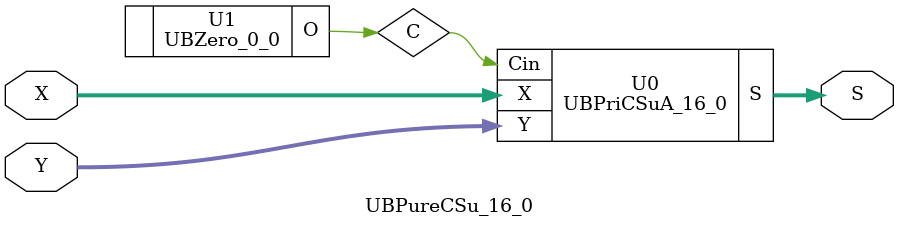
<source format=v>
/*----------------------------------------------------------------------------
  Copyright (c) 2021 Homma laboratory. All rights reserved.

  Top module: UBCSu_16_0_16_0

  Operand-1 length: 17
  Operand-2 length: 17
  Two-operand addition algorithm: Conditional sum adder
----------------------------------------------------------------------------*/

module UBFA_0(C, S, X, Y, Z);
  output C;
  output S;
  input X;
  input Y;
  input Z;
  assign C = ( X & Y ) | ( Y & Z ) | ( Z & X );
  assign S = X ^ Y ^ Z;
endmodule

module UBHCSuB_0_0(C, S, X, Y, Ci);
  output C;
  output S;
  input Ci;
  input X;
  input Y;
  UBFA_0 U0 (C, S, X, Y, Ci);
endmodule

module UBZero_1_1(O);
  output [1:1] O;
  assign O[1] = 0;
endmodule

module UBOne_1(O);
  output O;
  assign O = 1;
endmodule

module UBFA_1(C, S, X, Y, Z);
  output C;
  output S;
  input X;
  input Y;
  input Z;
  assign C = ( X & Y ) | ( Y & Z ) | ( Z & X );
  assign S = X ^ Y ^ Z;
endmodule

module UBCSuB_1_1(C_0, C_1, S_0, S_1, X, Y);
  output C_0;
  output C_1;
  output S_0;
  output S_1;
  input X;
  input Y;
  wire Ci_0;
  wire Ci_1;
  wire Co_0;
  wire Co_1;
  assign C_0 = ( Co_0 & ( ~ Ci_0 ) ) | ( Co_1 & Ci_0 );
  assign C_1 = ( Co_0 & ( ~ Ci_1 ) ) | ( Co_1 & Ci_1 );
  UBZero_1_1 U0 (Ci_0);
  UBOne_1 U1 (Ci_1);
  UBFA_1 U2 (Co_0, S_0, X, Y, Ci_0);
  UBFA_1 U3 (Co_1, S_1, X, Y, Ci_1);
endmodule

module UBHCSuB_1_0(C, S, X, Y, Ci);
  output C;
  output [1:0] S;
  input Ci;
  input [1:0] X;
  input [1:0] Y;
  wire C_0;
  wire C_1;
  wire Co;
  wire S_0;
  wire S_1;
  assign S[1] = ( S_0 & ( ~ Co ) ) | ( S_1 & Co );
  assign C = ( C_0 & ( ~ Co ) ) | ( C_1 & Co );
  UBHCSuB_0_0 U0 (Co, S[0], X[0], Y[0], Ci);
  UBCSuB_1_1 U1 (C_0, C_1, S_0, S_1, X[1], Y[1]);
endmodule

module UBZero_2_2(O);
  output [2:2] O;
  assign O[2] = 0;
endmodule

module UBOne_2(O);
  output O;
  assign O = 1;
endmodule

module UBFA_2(C, S, X, Y, Z);
  output C;
  output S;
  input X;
  input Y;
  input Z;
  assign C = ( X & Y ) | ( Y & Z ) | ( Z & X );
  assign S = X ^ Y ^ Z;
endmodule

module UBCSuB_2_2(C_0, C_1, S_0, S_1, X, Y);
  output C_0;
  output C_1;
  output S_0;
  output S_1;
  input X;
  input Y;
  wire Ci_0;
  wire Ci_1;
  wire Co_0;
  wire Co_1;
  assign C_0 = ( Co_0 & ( ~ Ci_0 ) ) | ( Co_1 & Ci_0 );
  assign C_1 = ( Co_0 & ( ~ Ci_1 ) ) | ( Co_1 & Ci_1 );
  UBZero_2_2 U0 (Ci_0);
  UBOne_2 U1 (Ci_1);
  UBFA_2 U2 (Co_0, S_0, X, Y, Ci_0);
  UBFA_2 U3 (Co_1, S_1, X, Y, Ci_1);
endmodule

module UBHCSuB_2_0(C, S, X, Y, Ci);
  output C;
  output [2:0] S;
  input Ci;
  input [2:0] X;
  input [2:0] Y;
  wire C_0;
  wire C_1;
  wire Co;
  wire S_0;
  wire S_1;
  assign S[2] = ( S_0 & ( ~ Co ) ) | ( S_1 & Co );
  assign C = ( C_0 & ( ~ Co ) ) | ( C_1 & Co );
  UBHCSuB_1_0 U0 (Co, S[1:0], X[1:0], Y[1:0], Ci);
  UBCSuB_2_2 U1 (C_0, C_1, S_0, S_1, X[2], Y[2]);
endmodule

module UBZero_3_3(O);
  output [3:3] O;
  assign O[3] = 0;
endmodule

module UBOne_3(O);
  output O;
  assign O = 1;
endmodule

module UBFA_3(C, S, X, Y, Z);
  output C;
  output S;
  input X;
  input Y;
  input Z;
  assign C = ( X & Y ) | ( Y & Z ) | ( Z & X );
  assign S = X ^ Y ^ Z;
endmodule

module UBCSuB_3_3(C_0, C_1, S_0, S_1, X, Y);
  output C_0;
  output C_1;
  output S_0;
  output S_1;
  input X;
  input Y;
  wire Ci_0;
  wire Ci_1;
  wire Co_0;
  wire Co_1;
  assign C_0 = ( Co_0 & ( ~ Ci_0 ) ) | ( Co_1 & Ci_0 );
  assign C_1 = ( Co_0 & ( ~ Ci_1 ) ) | ( Co_1 & Ci_1 );
  UBZero_3_3 U0 (Ci_0);
  UBOne_3 U1 (Ci_1);
  UBFA_3 U2 (Co_0, S_0, X, Y, Ci_0);
  UBFA_3 U3 (Co_1, S_1, X, Y, Ci_1);
endmodule

module UBZero_4_4(O);
  output [4:4] O;
  assign O[4] = 0;
endmodule

module UBOne_4(O);
  output O;
  assign O = 1;
endmodule

module UBFA_4(C, S, X, Y, Z);
  output C;
  output S;
  input X;
  input Y;
  input Z;
  assign C = ( X & Y ) | ( Y & Z ) | ( Z & X );
  assign S = X ^ Y ^ Z;
endmodule

module UBCSuB_4_4(C_0, C_1, S_0, S_1, X, Y);
  output C_0;
  output C_1;
  output S_0;
  output S_1;
  input X;
  input Y;
  wire Ci_0;
  wire Ci_1;
  wire Co_0;
  wire Co_1;
  assign C_0 = ( Co_0 & ( ~ Ci_0 ) ) | ( Co_1 & Ci_0 );
  assign C_1 = ( Co_0 & ( ~ Ci_1 ) ) | ( Co_1 & Ci_1 );
  UBZero_4_4 U0 (Ci_0);
  UBOne_4 U1 (Ci_1);
  UBFA_4 U2 (Co_0, S_0, X, Y, Ci_0);
  UBFA_4 U3 (Co_1, S_1, X, Y, Ci_1);
endmodule

module UBCSuB_4_3(C_0, C_1, S_0, S_1, X, Y);
  output C_0;
  output C_1;
  output [4:3] S_0;
  output [4:3] S_1;
  input [4:3] X;
  input [4:3] Y;
  wire Ci_0;
  wire Ci_1;
  wire Co_0;
  wire Co_1;
  wire So_0;
  wire So_1;
  assign S_0[4] = ( So_0 & ( ~ Ci_0 ) ) | ( So_1 & Ci_0 );
  assign C_0 = ( Co_0 & ( ~ Ci_0 ) ) | ( Co_1 & Ci_0 );
  assign S_1[4] = ( So_0 & ( ~ Ci_1 ) ) | ( So_1 & Ci_1 );
  assign C_1 = ( Co_0 & ( ~ Ci_1 ) ) | ( Co_1 & Ci_1 );
  UBCSuB_3_3 U0 (Ci_0, Ci_1, S_0[3], S_1[3], X[3], Y[3]);
  UBCSuB_4_4 U1 (Co_0, Co_1, So_0, So_1, X[4], Y[4]);
endmodule

module UBHCSuB_4_0(C, S, X, Y, Ci);
  output C;
  output [4:0] S;
  input Ci;
  input [4:0] X;
  input [4:0] Y;
  wire C_0;
  wire C_1;
  wire Co;
  wire [4:3] S_0;
  wire [4:3] S_1;
  assign S[3] = ( S_0[3] & ( ~ Co ) ) | ( S_1[3] & Co );
  assign S[4] = ( S_0[4] & ( ~ Co ) ) | ( S_1[4] & Co );
  assign C = ( C_0 & ( ~ Co ) ) | ( C_1 & Co );
  UBHCSuB_2_0 U0 (Co, S[2:0], X[2:0], Y[2:0], Ci);
  UBCSuB_4_3 U1 (C_0, C_1, S_0, S_1, X[4:3], Y[4:3]);
endmodule

module UBZero_5_5(O);
  output [5:5] O;
  assign O[5] = 0;
endmodule

module UBOne_5(O);
  output O;
  assign O = 1;
endmodule

module UBFA_5(C, S, X, Y, Z);
  output C;
  output S;
  input X;
  input Y;
  input Z;
  assign C = ( X & Y ) | ( Y & Z ) | ( Z & X );
  assign S = X ^ Y ^ Z;
endmodule

module UBCSuB_5_5(C_0, C_1, S_0, S_1, X, Y);
  output C_0;
  output C_1;
  output S_0;
  output S_1;
  input X;
  input Y;
  wire Ci_0;
  wire Ci_1;
  wire Co_0;
  wire Co_1;
  assign C_0 = ( Co_0 & ( ~ Ci_0 ) ) | ( Co_1 & Ci_0 );
  assign C_1 = ( Co_0 & ( ~ Ci_1 ) ) | ( Co_1 & Ci_1 );
  UBZero_5_5 U0 (Ci_0);
  UBOne_5 U1 (Ci_1);
  UBFA_5 U2 (Co_0, S_0, X, Y, Ci_0);
  UBFA_5 U3 (Co_1, S_1, X, Y, Ci_1);
endmodule

module UBZero_6_6(O);
  output [6:6] O;
  assign O[6] = 0;
endmodule

module UBOne_6(O);
  output O;
  assign O = 1;
endmodule

module UBFA_6(C, S, X, Y, Z);
  output C;
  output S;
  input X;
  input Y;
  input Z;
  assign C = ( X & Y ) | ( Y & Z ) | ( Z & X );
  assign S = X ^ Y ^ Z;
endmodule

module UBCSuB_6_6(C_0, C_1, S_0, S_1, X, Y);
  output C_0;
  output C_1;
  output S_0;
  output S_1;
  input X;
  input Y;
  wire Ci_0;
  wire Ci_1;
  wire Co_0;
  wire Co_1;
  assign C_0 = ( Co_0 & ( ~ Ci_0 ) ) | ( Co_1 & Ci_0 );
  assign C_1 = ( Co_0 & ( ~ Ci_1 ) ) | ( Co_1 & Ci_1 );
  UBZero_6_6 U0 (Ci_0);
  UBOne_6 U1 (Ci_1);
  UBFA_6 U2 (Co_0, S_0, X, Y, Ci_0);
  UBFA_6 U3 (Co_1, S_1, X, Y, Ci_1);
endmodule

module UBCSuB_6_5(C_0, C_1, S_0, S_1, X, Y);
  output C_0;
  output C_1;
  output [6:5] S_0;
  output [6:5] S_1;
  input [6:5] X;
  input [6:5] Y;
  wire Ci_0;
  wire Ci_1;
  wire Co_0;
  wire Co_1;
  wire So_0;
  wire So_1;
  assign S_0[6] = ( So_0 & ( ~ Ci_0 ) ) | ( So_1 & Ci_0 );
  assign C_0 = ( Co_0 & ( ~ Ci_0 ) ) | ( Co_1 & Ci_0 );
  assign S_1[6] = ( So_0 & ( ~ Ci_1 ) ) | ( So_1 & Ci_1 );
  assign C_1 = ( Co_0 & ( ~ Ci_1 ) ) | ( Co_1 & Ci_1 );
  UBCSuB_5_5 U0 (Ci_0, Ci_1, S_0[5], S_1[5], X[5], Y[5]);
  UBCSuB_6_6 U1 (Co_0, Co_1, So_0, So_1, X[6], Y[6]);
endmodule

module UBZero_7_7(O);
  output [7:7] O;
  assign O[7] = 0;
endmodule

module UBOne_7(O);
  output O;
  assign O = 1;
endmodule

module UBFA_7(C, S, X, Y, Z);
  output C;
  output S;
  input X;
  input Y;
  input Z;
  assign C = ( X & Y ) | ( Y & Z ) | ( Z & X );
  assign S = X ^ Y ^ Z;
endmodule

module UBCSuB_7_7(C_0, C_1, S_0, S_1, X, Y);
  output C_0;
  output C_1;
  output S_0;
  output S_1;
  input X;
  input Y;
  wire Ci_0;
  wire Ci_1;
  wire Co_0;
  wire Co_1;
  assign C_0 = ( Co_0 & ( ~ Ci_0 ) ) | ( Co_1 & Ci_0 );
  assign C_1 = ( Co_0 & ( ~ Ci_1 ) ) | ( Co_1 & Ci_1 );
  UBZero_7_7 U0 (Ci_0);
  UBOne_7 U1 (Ci_1);
  UBFA_7 U2 (Co_0, S_0, X, Y, Ci_0);
  UBFA_7 U3 (Co_1, S_1, X, Y, Ci_1);
endmodule

module UBZero_8_8(O);
  output [8:8] O;
  assign O[8] = 0;
endmodule

module UBOne_8(O);
  output O;
  assign O = 1;
endmodule

module UBFA_8(C, S, X, Y, Z);
  output C;
  output S;
  input X;
  input Y;
  input Z;
  assign C = ( X & Y ) | ( Y & Z ) | ( Z & X );
  assign S = X ^ Y ^ Z;
endmodule

module UBCSuB_8_8(C_0, C_1, S_0, S_1, X, Y);
  output C_0;
  output C_1;
  output S_0;
  output S_1;
  input X;
  input Y;
  wire Ci_0;
  wire Ci_1;
  wire Co_0;
  wire Co_1;
  assign C_0 = ( Co_0 & ( ~ Ci_0 ) ) | ( Co_1 & Ci_0 );
  assign C_1 = ( Co_0 & ( ~ Ci_1 ) ) | ( Co_1 & Ci_1 );
  UBZero_8_8 U0 (Ci_0);
  UBOne_8 U1 (Ci_1);
  UBFA_8 U2 (Co_0, S_0, X, Y, Ci_0);
  UBFA_8 U3 (Co_1, S_1, X, Y, Ci_1);
endmodule

module UBCSuB_8_7(C_0, C_1, S_0, S_1, X, Y);
  output C_0;
  output C_1;
  output [8:7] S_0;
  output [8:7] S_1;
  input [8:7] X;
  input [8:7] Y;
  wire Ci_0;
  wire Ci_1;
  wire Co_0;
  wire Co_1;
  wire So_0;
  wire So_1;
  assign S_0[8] = ( So_0 & ( ~ Ci_0 ) ) | ( So_1 & Ci_0 );
  assign C_0 = ( Co_0 & ( ~ Ci_0 ) ) | ( Co_1 & Ci_0 );
  assign S_1[8] = ( So_0 & ( ~ Ci_1 ) ) | ( So_1 & Ci_1 );
  assign C_1 = ( Co_0 & ( ~ Ci_1 ) ) | ( Co_1 & Ci_1 );
  UBCSuB_7_7 U0 (Ci_0, Ci_1, S_0[7], S_1[7], X[7], Y[7]);
  UBCSuB_8_8 U1 (Co_0, Co_1, So_0, So_1, X[8], Y[8]);
endmodule

module UBCSuB_8_5(C_0, C_1, S_0, S_1, X, Y);
  output C_0;
  output C_1;
  output [8:5] S_0;
  output [8:5] S_1;
  input [8:5] X;
  input [8:5] Y;
  wire Ci_0;
  wire Ci_1;
  wire Co_0;
  wire Co_1;
  wire [8:7] So_0;
  wire [8:7] So_1;
  assign S_0[7] = ( So_0[7] & ( ~ Ci_0 ) ) | ( So_1[7] & Ci_0 );
  assign S_0[8] = ( So_0[8] & ( ~ Ci_0 ) ) | ( So_1[8] & Ci_0 );
  assign C_0 = ( Co_0 & ( ~ Ci_0 ) ) | ( Co_1 & Ci_0 );
  assign S_1[7] = ( So_0[7] & ( ~ Ci_1 ) ) | ( So_1[7] & Ci_1 );
  assign S_1[8] = ( So_0[8] & ( ~ Ci_1 ) ) | ( So_1[8] & Ci_1 );
  assign C_1 = ( Co_0 & ( ~ Ci_1 ) ) | ( Co_1 & Ci_1 );
  UBCSuB_6_5 U0 (Ci_0, Ci_1, S_0[6:5], S_1[6:5], X[6:5], Y[6:5]);
  UBCSuB_8_7 U1 (Co_0, Co_1, So_0, So_1, X[8:7], Y[8:7]);
endmodule

module UBHCSuB_8_0(C, S, X, Y, Ci);
  output C;
  output [8:0] S;
  input Ci;
  input [8:0] X;
  input [8:0] Y;
  wire C_0;
  wire C_1;
  wire Co;
  wire [8:5] S_0;
  wire [8:5] S_1;
  assign S[5] = ( S_0[5] & ( ~ Co ) ) | ( S_1[5] & Co );
  assign S[6] = ( S_0[6] & ( ~ Co ) ) | ( S_1[6] & Co );
  assign S[7] = ( S_0[7] & ( ~ Co ) ) | ( S_1[7] & Co );
  assign S[8] = ( S_0[8] & ( ~ Co ) ) | ( S_1[8] & Co );
  assign C = ( C_0 & ( ~ Co ) ) | ( C_1 & Co );
  UBHCSuB_4_0 U0 (Co, S[4:0], X[4:0], Y[4:0], Ci);
  UBCSuB_8_5 U1 (C_0, C_1, S_0, S_1, X[8:5], Y[8:5]);
endmodule

module UBZero_9_9(O);
  output [9:9] O;
  assign O[9] = 0;
endmodule

module UBOne_9(O);
  output O;
  assign O = 1;
endmodule

module UBFA_9(C, S, X, Y, Z);
  output C;
  output S;
  input X;
  input Y;
  input Z;
  assign C = ( X & Y ) | ( Y & Z ) | ( Z & X );
  assign S = X ^ Y ^ Z;
endmodule

module UBCSuB_9_9(C_0, C_1, S_0, S_1, X, Y);
  output C_0;
  output C_1;
  output S_0;
  output S_1;
  input X;
  input Y;
  wire Ci_0;
  wire Ci_1;
  wire Co_0;
  wire Co_1;
  assign C_0 = ( Co_0 & ( ~ Ci_0 ) ) | ( Co_1 & Ci_0 );
  assign C_1 = ( Co_0 & ( ~ Ci_1 ) ) | ( Co_1 & Ci_1 );
  UBZero_9_9 U0 (Ci_0);
  UBOne_9 U1 (Ci_1);
  UBFA_9 U2 (Co_0, S_0, X, Y, Ci_0);
  UBFA_9 U3 (Co_1, S_1, X, Y, Ci_1);
endmodule

module UBZero_10_10(O);
  output [10:10] O;
  assign O[10] = 0;
endmodule

module UBOne_10(O);
  output O;
  assign O = 1;
endmodule

module UBFA_10(C, S, X, Y, Z);
  output C;
  output S;
  input X;
  input Y;
  input Z;
  assign C = ( X & Y ) | ( Y & Z ) | ( Z & X );
  assign S = X ^ Y ^ Z;
endmodule

module UBCSuB_10_10(C_0, C_1, S_0, S_1, X, Y);
  output C_0;
  output C_1;
  output S_0;
  output S_1;
  input X;
  input Y;
  wire Ci_0;
  wire Ci_1;
  wire Co_0;
  wire Co_1;
  assign C_0 = ( Co_0 & ( ~ Ci_0 ) ) | ( Co_1 & Ci_0 );
  assign C_1 = ( Co_0 & ( ~ Ci_1 ) ) | ( Co_1 & Ci_1 );
  UBZero_10_10 U0 (Ci_0);
  UBOne_10 U1 (Ci_1);
  UBFA_10 U2 (Co_0, S_0, X, Y, Ci_0);
  UBFA_10 U3 (Co_1, S_1, X, Y, Ci_1);
endmodule

module UBCSuB_10_9(C_0, C_1, S_0, S_1, X, Y);
  output C_0;
  output C_1;
  output [10:9] S_0;
  output [10:9] S_1;
  input [10:9] X;
  input [10:9] Y;
  wire Ci_0;
  wire Ci_1;
  wire Co_0;
  wire Co_1;
  wire So_0;
  wire So_1;
  assign S_0[10] = ( So_0 & ( ~ Ci_0 ) ) | ( So_1 & Ci_0 );
  assign C_0 = ( Co_0 & ( ~ Ci_0 ) ) | ( Co_1 & Ci_0 );
  assign S_1[10] = ( So_0 & ( ~ Ci_1 ) ) | ( So_1 & Ci_1 );
  assign C_1 = ( Co_0 & ( ~ Ci_1 ) ) | ( Co_1 & Ci_1 );
  UBCSuB_9_9 U0 (Ci_0, Ci_1, S_0[9], S_1[9], X[9], Y[9]);
  UBCSuB_10_10 U1 (Co_0, Co_1, So_0, So_1, X[10], Y[10]);
endmodule

module UBZero_11_11(O);
  output [11:11] O;
  assign O[11] = 0;
endmodule

module UBOne_11(O);
  output O;
  assign O = 1;
endmodule

module UBFA_11(C, S, X, Y, Z);
  output C;
  output S;
  input X;
  input Y;
  input Z;
  assign C = ( X & Y ) | ( Y & Z ) | ( Z & X );
  assign S = X ^ Y ^ Z;
endmodule

module UBCSuB_11_11(C_0, C_1, S_0, S_1, X, Y);
  output C_0;
  output C_1;
  output S_0;
  output S_1;
  input X;
  input Y;
  wire Ci_0;
  wire Ci_1;
  wire Co_0;
  wire Co_1;
  assign C_0 = ( Co_0 & ( ~ Ci_0 ) ) | ( Co_1 & Ci_0 );
  assign C_1 = ( Co_0 & ( ~ Ci_1 ) ) | ( Co_1 & Ci_1 );
  UBZero_11_11 U0 (Ci_0);
  UBOne_11 U1 (Ci_1);
  UBFA_11 U2 (Co_0, S_0, X, Y, Ci_0);
  UBFA_11 U3 (Co_1, S_1, X, Y, Ci_1);
endmodule

module UBZero_12_12(O);
  output [12:12] O;
  assign O[12] = 0;
endmodule

module UBOne_12(O);
  output O;
  assign O = 1;
endmodule

module UBFA_12(C, S, X, Y, Z);
  output C;
  output S;
  input X;
  input Y;
  input Z;
  assign C = ( X & Y ) | ( Y & Z ) | ( Z & X );
  assign S = X ^ Y ^ Z;
endmodule

module UBCSuB_12_12(C_0, C_1, S_0, S_1, X, Y);
  output C_0;
  output C_1;
  output S_0;
  output S_1;
  input X;
  input Y;
  wire Ci_0;
  wire Ci_1;
  wire Co_0;
  wire Co_1;
  assign C_0 = ( Co_0 & ( ~ Ci_0 ) ) | ( Co_1 & Ci_0 );
  assign C_1 = ( Co_0 & ( ~ Ci_1 ) ) | ( Co_1 & Ci_1 );
  UBZero_12_12 U0 (Ci_0);
  UBOne_12 U1 (Ci_1);
  UBFA_12 U2 (Co_0, S_0, X, Y, Ci_0);
  UBFA_12 U3 (Co_1, S_1, X, Y, Ci_1);
endmodule

module UBCSuB_12_11(C_0, C_1, S_0, S_1, X, Y);
  output C_0;
  output C_1;
  output [12:11] S_0;
  output [12:11] S_1;
  input [12:11] X;
  input [12:11] Y;
  wire Ci_0;
  wire Ci_1;
  wire Co_0;
  wire Co_1;
  wire So_0;
  wire So_1;
  assign S_0[12] = ( So_0 & ( ~ Ci_0 ) ) | ( So_1 & Ci_0 );
  assign C_0 = ( Co_0 & ( ~ Ci_0 ) ) | ( Co_1 & Ci_0 );
  assign S_1[12] = ( So_0 & ( ~ Ci_1 ) ) | ( So_1 & Ci_1 );
  assign C_1 = ( Co_0 & ( ~ Ci_1 ) ) | ( Co_1 & Ci_1 );
  UBCSuB_11_11 U0 (Ci_0, Ci_1, S_0[11], S_1[11], X[11], Y[11]);
  UBCSuB_12_12 U1 (Co_0, Co_1, So_0, So_1, X[12], Y[12]);
endmodule

module UBCSuB_12_9(C_0, C_1, S_0, S_1, X, Y);
  output C_0;
  output C_1;
  output [12:9] S_0;
  output [12:9] S_1;
  input [12:9] X;
  input [12:9] Y;
  wire Ci_0;
  wire Ci_1;
  wire Co_0;
  wire Co_1;
  wire [12:11] So_0;
  wire [12:11] So_1;
  assign S_0[11] = ( So_0[11] & ( ~ Ci_0 ) ) | ( So_1[11] & Ci_0 );
  assign S_0[12] = ( So_0[12] & ( ~ Ci_0 ) ) | ( So_1[12] & Ci_0 );
  assign C_0 = ( Co_0 & ( ~ Ci_0 ) ) | ( Co_1 & Ci_0 );
  assign S_1[11] = ( So_0[11] & ( ~ Ci_1 ) ) | ( So_1[11] & Ci_1 );
  assign S_1[12] = ( So_0[12] & ( ~ Ci_1 ) ) | ( So_1[12] & Ci_1 );
  assign C_1 = ( Co_0 & ( ~ Ci_1 ) ) | ( Co_1 & Ci_1 );
  UBCSuB_10_9 U0 (Ci_0, Ci_1, S_0[10:9], S_1[10:9], X[10:9], Y[10:9]);
  UBCSuB_12_11 U1 (Co_0, Co_1, So_0, So_1, X[12:11], Y[12:11]);
endmodule

module UBZero_13_13(O);
  output [13:13] O;
  assign O[13] = 0;
endmodule

module UBOne_13(O);
  output O;
  assign O = 1;
endmodule

module UBFA_13(C, S, X, Y, Z);
  output C;
  output S;
  input X;
  input Y;
  input Z;
  assign C = ( X & Y ) | ( Y & Z ) | ( Z & X );
  assign S = X ^ Y ^ Z;
endmodule

module UBCSuB_13_13(C_0, C_1, S_0, S_1, X, Y);
  output C_0;
  output C_1;
  output S_0;
  output S_1;
  input X;
  input Y;
  wire Ci_0;
  wire Ci_1;
  wire Co_0;
  wire Co_1;
  assign C_0 = ( Co_0 & ( ~ Ci_0 ) ) | ( Co_1 & Ci_0 );
  assign C_1 = ( Co_0 & ( ~ Ci_1 ) ) | ( Co_1 & Ci_1 );
  UBZero_13_13 U0 (Ci_0);
  UBOne_13 U1 (Ci_1);
  UBFA_13 U2 (Co_0, S_0, X, Y, Ci_0);
  UBFA_13 U3 (Co_1, S_1, X, Y, Ci_1);
endmodule

module UBZero_14_14(O);
  output [14:14] O;
  assign O[14] = 0;
endmodule

module UBOne_14(O);
  output O;
  assign O = 1;
endmodule

module UBFA_14(C, S, X, Y, Z);
  output C;
  output S;
  input X;
  input Y;
  input Z;
  assign C = ( X & Y ) | ( Y & Z ) | ( Z & X );
  assign S = X ^ Y ^ Z;
endmodule

module UBCSuB_14_14(C_0, C_1, S_0, S_1, X, Y);
  output C_0;
  output C_1;
  output S_0;
  output S_1;
  input X;
  input Y;
  wire Ci_0;
  wire Ci_1;
  wire Co_0;
  wire Co_1;
  assign C_0 = ( Co_0 & ( ~ Ci_0 ) ) | ( Co_1 & Ci_0 );
  assign C_1 = ( Co_0 & ( ~ Ci_1 ) ) | ( Co_1 & Ci_1 );
  UBZero_14_14 U0 (Ci_0);
  UBOne_14 U1 (Ci_1);
  UBFA_14 U2 (Co_0, S_0, X, Y, Ci_0);
  UBFA_14 U3 (Co_1, S_1, X, Y, Ci_1);
endmodule

module UBCSuB_14_13(C_0, C_1, S_0, S_1, X, Y);
  output C_0;
  output C_1;
  output [14:13] S_0;
  output [14:13] S_1;
  input [14:13] X;
  input [14:13] Y;
  wire Ci_0;
  wire Ci_1;
  wire Co_0;
  wire Co_1;
  wire So_0;
  wire So_1;
  assign S_0[14] = ( So_0 & ( ~ Ci_0 ) ) | ( So_1 & Ci_0 );
  assign C_0 = ( Co_0 & ( ~ Ci_0 ) ) | ( Co_1 & Ci_0 );
  assign S_1[14] = ( So_0 & ( ~ Ci_1 ) ) | ( So_1 & Ci_1 );
  assign C_1 = ( Co_0 & ( ~ Ci_1 ) ) | ( Co_1 & Ci_1 );
  UBCSuB_13_13 U0 (Ci_0, Ci_1, S_0[13], S_1[13], X[13], Y[13]);
  UBCSuB_14_14 U1 (Co_0, Co_1, So_0, So_1, X[14], Y[14]);
endmodule

module UBZero_15_15(O);
  output [15:15] O;
  assign O[15] = 0;
endmodule

module UBOne_15(O);
  output O;
  assign O = 1;
endmodule

module UBFA_15(C, S, X, Y, Z);
  output C;
  output S;
  input X;
  input Y;
  input Z;
  assign C = ( X & Y ) | ( Y & Z ) | ( Z & X );
  assign S = X ^ Y ^ Z;
endmodule

module UBCSuB_15_15(C_0, C_1, S_0, S_1, X, Y);
  output C_0;
  output C_1;
  output S_0;
  output S_1;
  input X;
  input Y;
  wire Ci_0;
  wire Ci_1;
  wire Co_0;
  wire Co_1;
  assign C_0 = ( Co_0 & ( ~ Ci_0 ) ) | ( Co_1 & Ci_0 );
  assign C_1 = ( Co_0 & ( ~ Ci_1 ) ) | ( Co_1 & Ci_1 );
  UBZero_15_15 U0 (Ci_0);
  UBOne_15 U1 (Ci_1);
  UBFA_15 U2 (Co_0, S_0, X, Y, Ci_0);
  UBFA_15 U3 (Co_1, S_1, X, Y, Ci_1);
endmodule

module UBZero_16_16(O);
  output [16:16] O;
  assign O[16] = 0;
endmodule

module UBOne_16(O);
  output O;
  assign O = 1;
endmodule

module UBFA_16(C, S, X, Y, Z);
  output C;
  output S;
  input X;
  input Y;
  input Z;
  assign C = ( X & Y ) | ( Y & Z ) | ( Z & X );
  assign S = X ^ Y ^ Z;
endmodule

module UBCSuB_16_16(C_0, C_1, S_0, S_1, X, Y);
  output C_0;
  output C_1;
  output S_0;
  output S_1;
  input X;
  input Y;
  wire Ci_0;
  wire Ci_1;
  wire Co_0;
  wire Co_1;
  assign C_0 = ( Co_0 & ( ~ Ci_0 ) ) | ( Co_1 & Ci_0 );
  assign C_1 = ( Co_0 & ( ~ Ci_1 ) ) | ( Co_1 & Ci_1 );
  UBZero_16_16 U0 (Ci_0);
  UBOne_16 U1 (Ci_1);
  UBFA_16 U2 (Co_0, S_0, X, Y, Ci_0);
  UBFA_16 U3 (Co_1, S_1, X, Y, Ci_1);
endmodule

module UBCSuB_16_15(C_0, C_1, S_0, S_1, X, Y);
  output C_0;
  output C_1;
  output [16:15] S_0;
  output [16:15] S_1;
  input [16:15] X;
  input [16:15] Y;
  wire Ci_0;
  wire Ci_1;
  wire Co_0;
  wire Co_1;
  wire So_0;
  wire So_1;
  assign S_0[16] = ( So_0 & ( ~ Ci_0 ) ) | ( So_1 & Ci_0 );
  assign C_0 = ( Co_0 & ( ~ Ci_0 ) ) | ( Co_1 & Ci_0 );
  assign S_1[16] = ( So_0 & ( ~ Ci_1 ) ) | ( So_1 & Ci_1 );
  assign C_1 = ( Co_0 & ( ~ Ci_1 ) ) | ( Co_1 & Ci_1 );
  UBCSuB_15_15 U0 (Ci_0, Ci_1, S_0[15], S_1[15], X[15], Y[15]);
  UBCSuB_16_16 U1 (Co_0, Co_1, So_0, So_1, X[16], Y[16]);
endmodule

module UBCSuB_16_13(C_0, C_1, S_0, S_1, X, Y);
  output C_0;
  output C_1;
  output [16:13] S_0;
  output [16:13] S_1;
  input [16:13] X;
  input [16:13] Y;
  wire Ci_0;
  wire Ci_1;
  wire Co_0;
  wire Co_1;
  wire [16:15] So_0;
  wire [16:15] So_1;
  assign S_0[15] = ( So_0[15] & ( ~ Ci_0 ) ) | ( So_1[15] & Ci_0 );
  assign S_0[16] = ( So_0[16] & ( ~ Ci_0 ) ) | ( So_1[16] & Ci_0 );
  assign C_0 = ( Co_0 & ( ~ Ci_0 ) ) | ( Co_1 & Ci_0 );
  assign S_1[15] = ( So_0[15] & ( ~ Ci_1 ) ) | ( So_1[15] & Ci_1 );
  assign S_1[16] = ( So_0[16] & ( ~ Ci_1 ) ) | ( So_1[16] & Ci_1 );
  assign C_1 = ( Co_0 & ( ~ Ci_1 ) ) | ( Co_1 & Ci_1 );
  UBCSuB_14_13 U0 (Ci_0, Ci_1, S_0[14:13], S_1[14:13], X[14:13], Y[14:13]);
  UBCSuB_16_15 U1 (Co_0, Co_1, So_0, So_1, X[16:15], Y[16:15]);
endmodule

module UBCSuB_16_9(C_0, C_1, S_0, S_1, X, Y);
  output C_0;
  output C_1;
  output [16:9] S_0;
  output [16:9] S_1;
  input [16:9] X;
  input [16:9] Y;
  wire Ci_0;
  wire Ci_1;
  wire Co_0;
  wire Co_1;
  wire [16:13] So_0;
  wire [16:13] So_1;
  assign S_0[13] = ( So_0[13] & ( ~ Ci_0 ) ) | ( So_1[13] & Ci_0 );
  assign S_0[14] = ( So_0[14] & ( ~ Ci_0 ) ) | ( So_1[14] & Ci_0 );
  assign S_0[15] = ( So_0[15] & ( ~ Ci_0 ) ) | ( So_1[15] & Ci_0 );
  assign S_0[16] = ( So_0[16] & ( ~ Ci_0 ) ) | ( So_1[16] & Ci_0 );
  assign C_0 = ( Co_0 & ( ~ Ci_0 ) ) | ( Co_1 & Ci_0 );
  assign S_1[13] = ( So_0[13] & ( ~ Ci_1 ) ) | ( So_1[13] & Ci_1 );
  assign S_1[14] = ( So_0[14] & ( ~ Ci_1 ) ) | ( So_1[14] & Ci_1 );
  assign S_1[15] = ( So_0[15] & ( ~ Ci_1 ) ) | ( So_1[15] & Ci_1 );
  assign S_1[16] = ( So_0[16] & ( ~ Ci_1 ) ) | ( So_1[16] & Ci_1 );
  assign C_1 = ( Co_0 & ( ~ Ci_1 ) ) | ( Co_1 & Ci_1 );
  UBCSuB_12_9 U0 (Ci_0, Ci_1, S_0[12:9], S_1[12:9], X[12:9], Y[12:9]);
  UBCSuB_16_13 U1 (Co_0, Co_1, So_0, So_1, X[16:13], Y[16:13]);
endmodule

module UBPriCSuA_16_0(S, X, Y, Cin);
  output [17:0] S;
  input Cin;
  input [16:0] X;
  input [16:0] Y;
  wire C_0;
  wire C_1;
  wire Co;
  wire [16:9] S_0;
  wire [16:9] S_1;
  assign S[9] = ( S_0[9] & ( ~ Co ) ) | ( S_1[9] & Co );
  assign S[10] = ( S_0[10] & ( ~ Co ) ) | ( S_1[10] & Co );
  assign S[11] = ( S_0[11] & ( ~ Co ) ) | ( S_1[11] & Co );
  assign S[12] = ( S_0[12] & ( ~ Co ) ) | ( S_1[12] & Co );
  assign S[13] = ( S_0[13] & ( ~ Co ) ) | ( S_1[13] & Co );
  assign S[14] = ( S_0[14] & ( ~ Co ) ) | ( S_1[14] & Co );
  assign S[15] = ( S_0[15] & ( ~ Co ) ) | ( S_1[15] & Co );
  assign S[16] = ( S_0[16] & ( ~ Co ) ) | ( S_1[16] & Co );
  assign S[17] = ( C_0 & ( ~ Co ) ) | ( C_1 & Co );
  UBHCSuB_8_0 U0 (Co, S[8:0], X[8:0], Y[8:0], Cin);
  UBCSuB_16_9 U1 (C_0, C_1, S_0, S_1, X[16:9], Y[16:9]);
endmodule

module UBZero_0_0(O);
  output [0:0] O;
  assign O[0] = 0;
endmodule

module UBCSu_16_0_16_0 (S, X, Y);
  output [17:0] S;
  input [16:0] X;
  input [16:0] Y;
  UBPureCSu_16_0 U0 (S[17:0], X[16:0], Y[16:0]);
endmodule

module UBPureCSu_16_0 (S, X, Y);
  output [17:0] S;
  input [16:0] X;
  input [16:0] Y;
  wire C;
  UBPriCSuA_16_0 U0 (S, X, Y, C);
  UBZero_0_0 U1 (C);
endmodule


</source>
